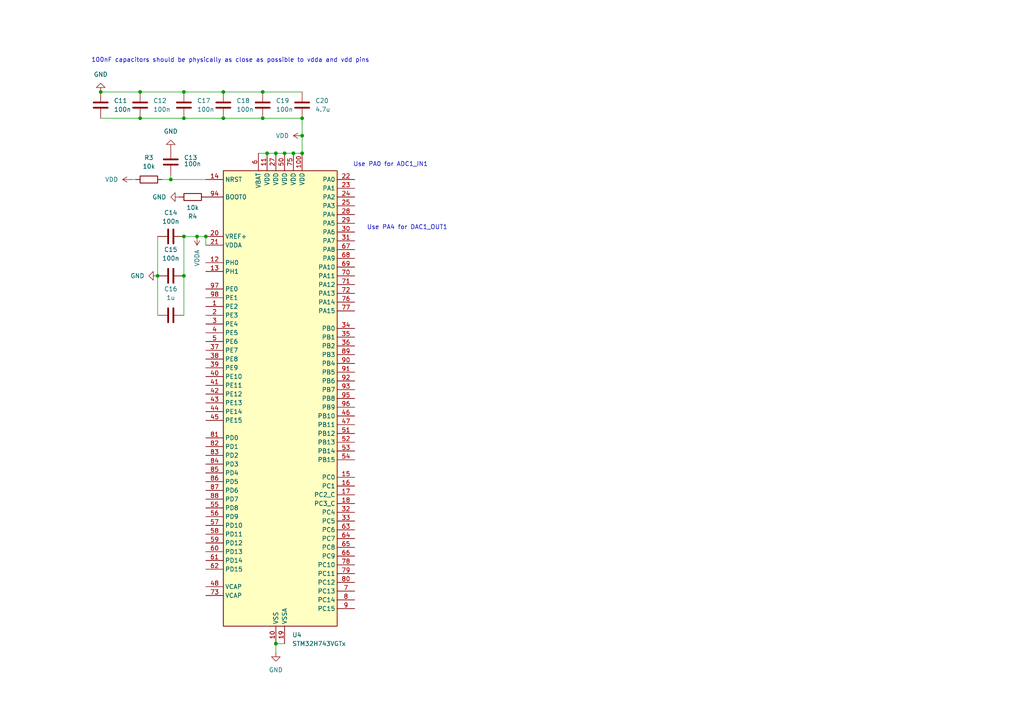
<source format=kicad_sch>
(kicad_sch (version 20231120) (generator "eeschema") (generator_version "8.0")
  (paper "A4")
  (lib_symbols
    (symbol "Device:C" (pin_numbers hide) (pin_names (offset 0.254))
      (property "Reference" "C" (at 0.635 2.54 0))
      (property "Value" "C" (at 0.635 -2.54 0))
      (symbol "C_0_1"
        (polyline (pts (xy -2.032 -0.762) (xy 2.032 -0.762)) (stroke (width 0.508)))
        (polyline (pts (xy -2.032 0.762) (xy 2.032 0.762)) (stroke (width 0.508)))
      )
      (symbol "C_1_1"
        (pin passive line (at 0 3.81 270) (length 2.794) (name "~") (number "1"))
        (pin passive line (at 0 -3.81 90) (length 2.794) (name "~") (number "2"))
      )
    )
    (symbol "Device:R" (pin_numbers hide) (pin_names (offset 0))
      (property "Reference" "R" (at 2.032 0 90))
      (property "Value" "R" (at 0 0 90))
      (symbol "R_0_1"
        (rectangle (start -1.016 -2.54) (end 1.016 2.54) (stroke (width 0.254)))
      )
      (symbol "R_1_1"
        (pin passive line (at 0 3.81 270) (length 1.27) (name "~") (number "1"))
        (pin passive line (at 0 -3.81 90) (length 1.27) (name "~") (number "2"))
      )
    )
    (symbol "MCU_ST_STM32H7:STM32H743VGTx"
      (property "Reference" "U1" (at 4.7341 -68.58 0))
      (property "Value" "STM32H743VGTx" (at 4.7341 -71.12 0))
      (symbol "STM32H743VGTx_0_1"
        (rectangle (start -15.24 -66.04) (end 17.78 66.04) (stroke (width 0.254)) (fill (type background)))
      )
      (symbol "STM32H743VGTx_1_1"
        (pin bidirectional line (at -20.32 26.67 0) (length 5.08) (name "PE2") (number "1"))
        (pin power_in line (at 0 -71.12 90) (length 5.08) (name "VSS") (number "10"))
        (pin power_in line (at 7.62 71.12 270) (length 5.08) (name "VDD") (number "100"))
        (pin power_in line (at -2.54 71.12 270) (length 5.08) (name "VDD") (number "11"))
        (pin bidirectional line (at -20.32 39.37 0) (length 5.08) (name "PH0") (number "12"))
        (pin bidirectional line (at -20.32 36.83 0) (length 5.08) (name "PH1") (number "13"))
        (pin input line (at -20.32 63.5 0) (length 5.08) (name "NRST") (number "14"))
        (pin bidirectional line (at 22.86 -22.86 180) (length 5.08) (name "PC0") (number "15"))
        (pin bidirectional line (at 22.86 -25.4 180) (length 5.08) (name "PC1") (number "16"))
        (pin bidirectional line (at 22.86 -27.94 180) (length 5.08) (name "PC2_C") (number "17"))
        (pin bidirectional line (at 22.86 -30.48 180) (length 5.08) (name "PC3_C") (number "18"))
        (pin power_in line (at 2.54 -71.12 90) (length 5.08) (name "VSSA") (number "19"))
        (pin bidirectional line (at -20.32 24.13 0) (length 5.08) (name "PE3") (number "2"))
        (pin input line (at -20.32 46.99 0) (length 5.08) (name "VREF+") (number "20"))
        (pin power_in line (at -20.32 44.45 0) (length 5.08) (name "VDDA") (number "21"))
        (pin bidirectional line (at 22.86 63.5 180) (length 5.08) (name "PA0") (number "22"))
        (pin bidirectional line (at 22.86 60.96 180) (length 5.08) (name "PA1") (number "23"))
        (pin bidirectional line (at 22.86 58.42 180) (length 5.08) (name "PA2") (number "24"))
        (pin bidirectional line (at 22.86 55.88 180) (length 5.08) (name "PA3") (number "25"))
        (pin passive line (at 0 -71.12 90) (length 5.08) hide (name "VSS") (number "26"))
        (pin power_in line (at 0 71.12 270) (length 5.08) (name "VDD") (number "27"))
        (pin bidirectional line (at 22.86 53.34 180) (length 5.08) (name "PA4") (number "28"))
        (pin bidirectional line (at 22.86 50.8 180) (length 5.08) (name "PA5") (number "29"))
        (pin bidirectional line (at -20.32 21.59 0) (length 5.08) (name "PE4") (number "3"))
        (pin bidirectional line (at 22.86 48.26 180) (length 5.08) (name "PA6") (number "30"))
        (pin bidirectional line (at 22.86 45.72 180) (length 5.08) (name "PA7") (number "31"))
        (pin bidirectional line (at 22.86 -33.02 180) (length 5.08) (name "PC4") (number "32"))
        (pin bidirectional line (at 22.86 -35.56 180) (length 5.08) (name "PC5") (number "33"))
        (pin bidirectional line (at 22.86 20.32 180) (length 5.08) (name "PB0") (number "34"))
        (pin bidirectional line (at 22.86 17.78 180) (length 5.08) (name "PB1") (number "35"))
        (pin bidirectional line (at 22.86 15.24 180) (length 5.08) (name "PB2") (number "36"))
        (pin bidirectional line (at -20.32 13.97 0) (length 5.08) (name "PE7") (number "37"))
        (pin bidirectional line (at -20.32 11.43 0) (length 5.08) (name "PE8") (number "38"))
        (pin bidirectional line (at -20.32 8.89 0) (length 5.08) (name "PE9") (number "39"))
        (pin bidirectional line (at -20.32 19.05 0) (length 5.08) (name "PE5") (number "4"))
        (pin bidirectional line (at -20.32 6.35 0) (length 5.08) (name "PE10") (number "40"))
        (pin bidirectional line (at -20.32 3.81 0) (length 5.08) (name "PE11") (number "41"))
        (pin bidirectional line (at -20.32 1.27 0) (length 5.08) (name "PE12") (number "42"))
        (pin bidirectional line (at -20.32 -1.27 0) (length 5.08) (name "PE13") (number "43"))
        (pin bidirectional line (at -20.32 -3.81 0) (length 5.08) (name "PE14") (number "44"))
        (pin bidirectional line (at -20.32 -6.35 0) (length 5.08) (name "PE15") (number "45"))
        (pin bidirectional line (at 22.86 -5.08 180) (length 5.08) (name "PB10") (number "46"))
        (pin bidirectional line (at 22.86 -7.62 180) (length 5.08) (name "PB11") (number "47"))
        (pin power_out line (at -20.32 -54.61 0) (length 5.08) (name "VCAP") (number "48"))
        (pin passive line (at 0 -71.12 90) (length 5.08) hide (name "VSS") (number "49"))
        (pin bidirectional line (at -20.32 16.51 0) (length 5.08) (name "PE6") (number "5"))
        (pin power_in line (at 2.54 71.12 270) (length 5.08) (name "VDD") (number "50"))
        (pin bidirectional line (at 22.86 -10.16 180) (length 5.08) (name "PB12") (number "51"))
        (pin bidirectional line (at 22.86 -12.7 180) (length 5.08) (name "PB13") (number "52"))
        (pin bidirectional line (at 22.86 -15.24 180) (length 5.08) (name "PB14") (number "53"))
        (pin bidirectional line (at 22.86 -17.78 180) (length 5.08) (name "PB15") (number "54"))
        (pin bidirectional line (at -20.32 -31.75 0) (length 5.08) (name "PD8") (number "55"))
        (pin bidirectional line (at -20.32 -34.29 0) (length 5.08) (name "PD9") (number "56"))
        (pin bidirectional line (at -20.32 -36.83 0) (length 5.08) (name "PD10") (number "57"))
        (pin bidirectional line (at -20.32 -39.37 0) (length 5.08) (name "PD11") (number "58"))
        (pin bidirectional line (at -20.32 -41.91 0) (length 5.08) (name "PD12") (number "59"))
        (pin power_in line (at -5.08 71.12 270) (length 5.08) (name "VBAT") (number "6"))
        (pin bidirectional line (at -20.32 -44.45 0) (length 5.08) (name "PD13") (number "60"))
        (pin bidirectional line (at -20.32 -46.99 0) (length 5.08) (name "PD14") (number "61"))
        (pin bidirectional line (at -20.32 -49.53 0) (length 5.08) (name "PD15") (number "62"))
        (pin bidirectional line (at 22.86 -38.1 180) (length 5.08) (name "PC6") (number "63"))
        (pin bidirectional line (at 22.86 -40.64 180) (length 5.08) (name "PC7") (number "64"))
        (pin bidirectional line (at 22.86 -43.18 180) (length 5.08) (name "PC8") (number "65"))
        (pin bidirectional line (at 22.86 -45.72 180) (length 5.08) (name "PC9") (number "66"))
        (pin bidirectional line (at 22.86 43.18 180) (length 5.08) (name "PA8") (number "67"))
        (pin bidirectional line (at 22.86 40.64 180) (length 5.08) (name "PA9") (number "68"))
        (pin bidirectional line (at 22.86 38.1 180) (length 5.08) (name "PA10") (number "69"))
        (pin bidirectional line (at 22.86 -55.88 180) (length 5.08) (name "PC13") (number "7"))
        (pin bidirectional line (at 22.86 35.56 180) (length 5.08) (name "PA11") (number "70"))
        (pin bidirectional line (at 22.86 33.02 180) (length 5.08) (name "PA12") (number "71"))
        (pin bidirectional line (at 22.86 30.48 180) (length 5.08) (name "PA13") (number "72"))
        (pin power_out line (at -20.32 -57.15 0) (length 5.08) (name "VCAP") (number "73"))
        (pin passive line (at 0 -71.12 90) (length 5.08) hide (name "VSS") (number "74"))
        (pin power_in line (at 5.08 71.12 270) (length 5.08) (name "VDD") (number "75"))
        (pin bidirectional line (at 22.86 27.94 180) (length 5.08) (name "PA14") (number "76"))
        (pin bidirectional line (at 22.86 25.4 180) (length 5.08) (name "PA15") (number "77"))
        (pin bidirectional line (at 22.86 -48.26 180) (length 5.08) (name "PC10") (number "78"))
        (pin bidirectional line (at 22.86 -50.8 180) (length 5.08) (name "PC11") (number "79"))
        (pin bidirectional line (at 22.86 -58.42 180) (length 5.08) (name "PC14") (number "8"))
        (pin bidirectional line (at 22.86 -53.34 180) (length 5.08) (name "PC12") (number "80"))
        (pin bidirectional line (at -20.32 -11.43 0) (length 5.08) (name "PD0") (number "81"))
        (pin bidirectional line (at -20.32 -13.97 0) (length 5.08) (name "PD1") (number "82"))
        (pin bidirectional line (at -20.32 -16.51 0) (length 5.08) (name "PD2") (number "83"))
        (pin bidirectional line (at -20.32 -19.05 0) (length 5.08) (name "PD3") (number "84"))
        (pin bidirectional line (at -20.32 -21.59 0) (length 5.08) (name "PD4") (number "85"))
        (pin bidirectional line (at -20.32 -24.13 0) (length 5.08) (name "PD5") (number "86"))
        (pin bidirectional line (at -20.32 -26.67 0) (length 5.08) (name "PD6") (number "87"))
        (pin bidirectional line (at -20.32 -29.21 0) (length 5.08) (name "PD7") (number "88"))
        (pin bidirectional line (at 22.86 12.7 180) (length 5.08) (name "PB3") (number "89"))
        (pin bidirectional line (at 22.86 -60.96 180) (length 5.08) (name "PC15") (number "9"))
        (pin bidirectional line (at 22.86 10.16 180) (length 5.08) (name "PB4") (number "90"))
        (pin bidirectional line (at 22.86 7.62 180) (length 5.08) (name "PB5") (number "91"))
        (pin bidirectional line (at 22.86 5.08 180) (length 5.08) (name "PB6") (number "92"))
        (pin bidirectional line (at 22.86 2.54 180) (length 5.08) (name "PB7") (number "93"))
        (pin input line (at -20.32 58.42 0) (length 5.08) (name "BOOT0") (number "94"))
        (pin bidirectional line (at 22.86 0 180) (length 5.08) (name "PB8") (number "95"))
        (pin bidirectional line (at 22.86 -2.54 180) (length 5.08) (name "PB9") (number "96"))
        (pin bidirectional line (at -20.32 31.75 0) (length 5.08) (name "PE0") (number "97"))
        (pin bidirectional line (at -20.32 29.21 0) (length 5.08) (name "PE1") (number "98"))
        (pin passive line (at 0 -71.12 90) (length 5.08) hide (name "VSS") (number "99"))
      )
    )
    (symbol "power:GND" (power) (pin_numbers hide) (pin_names (offset 0) hide)
      (property "Value" "GND" (at 0 -3.81 0))
      (symbol "GND_0_1"
        (polyline (pts (xy 0 0) (xy 0 -1.27) (xy 1.27 -1.27) (xy 0 -2.54) (xy -1.27 -1.27) (xy 0 -1.27)))
      )
      (symbol "GND_1_1"
        (pin power_in line (at 0 0 270) (length 0) (name "~") (number "1"))
      )
    )
    (symbol "power:VDD" (power) (pin_numbers hide) (pin_names (offset 0) hide)
      (property "Value" "VDD" (at 0 3.556 0))
      (symbol "VDD_0_1"
        (polyline (pts (xy -0.762 1.27) (xy 0 2.54)))
        (polyline (pts (xy 0 0) (xy 0 2.54)))
        (polyline (pts (xy 0 2.54) (xy 0.762 1.27)))
      )
      (symbol "VDD_1_1"
        (pin power_in line (at 0 0 90) (length 0) (name "~") (number "1"))
      )
    )
    (symbol "power:VDDA" (power) (pin_numbers hide) (pin_names (offset 0) hide)
      (property "Value" "VDDA" (at 0 3.556 0))
      (symbol "VDDA_0_1"
        (polyline (pts (xy -0.762 1.27) (xy 0 2.54)))
        (polyline (pts (xy 0 0) (xy 0 2.54)))
        (polyline (pts (xy 0 2.54) (xy 0.762 1.27)))
      )
      (symbol "VDDA_1_1"
        (pin power_in line (at 0 0 90) (length 0) (name "~") (number "1"))
      )
    )
  )
  (junction (at 87.63 39.37))
  (junction (at 59.69 68.58))
  (junction (at 40.64 26.67))
  (junction (at 45.72 80.01))
  (junction (at 82.55 44.45))
  (junction (at 53.34 34.29))
  (junction (at 57.15 68.58))
  (junction (at 87.63 44.45))
  (junction (at 64.77 34.29))
  (junction (at 49.53 52.07))
  (junction (at 87.63 34.29))
  (junction (at 53.34 68.58))
  (junction (at 29.21 26.67))
  (junction (at 77.47 44.45))
  (junction (at 53.34 80.01))
  (junction (at 80.01 186.69))
  (junction (at 53.34 26.67))
  (junction (at 64.77 26.67))
  (junction (at 80.01 44.45))
  (junction (at 40.64 34.29))
  (junction (at 76.2 34.29))
  (junction (at 76.2 26.67))
  (junction (at 85.09 44.45))
  (wire (pts (xy 49.53 50.8) (xy 49.53 52.07)))
  (wire (pts (xy 59.69 71.12) (xy 59.69 68.58)))
  (wire (pts (xy 53.34 80.01) (xy 53.34 91.44)))
  (wire (pts (xy 64.77 34.29) (xy 76.2 34.29)))
  (wire (pts (xy 76.2 34.29) (xy 87.63 34.29)))
  (wire (pts (xy 53.34 68.58) (xy 57.15 68.58)))
  (wire (pts (xy 53.34 68.58) (xy 53.34 80.01)))
  (wire (pts (xy 53.34 26.67) (xy 64.77 26.67)))
  (wire (pts (xy 45.72 68.58) (xy 45.72 80.01)))
  (wire (pts (xy 53.34 34.29) (xy 64.77 34.29)))
  (wire (pts (xy 29.21 34.29) (xy 40.64 34.29)))
  (wire (pts (xy 80.01 186.69) (xy 82.55 186.69)))
  (wire (pts (xy 82.55 44.45) (xy 85.09 44.45)))
  (wire (pts (xy 80.01 186.69) (xy 80.01 189.23)))
  (wire (pts (xy 49.53 52.07) (xy 59.69 52.07)))
  (wire (pts (xy 57.15 68.58) (xy 59.69 68.58)))
  (wire (pts (xy 29.21 26.67) (xy 40.64 26.67)))
  (wire (pts (xy 87.63 39.37) (xy 87.63 44.45)))
  (wire (pts (xy 45.72 80.01) (xy 45.72 91.44)))
  (wire (pts (xy 87.63 34.29) (xy 87.63 39.37)))
  (wire (pts (xy 77.47 44.45) (xy 74.93 44.45)))
  (wire (pts (xy 80.01 44.45) (xy 82.55 44.45)))
  (wire (pts (xy 46.99 52.07) (xy 49.53 52.07)))
  (wire (pts (xy 77.47 44.45) (xy 80.01 44.45)))
  (wire (pts (xy 76.2 26.67) (xy 87.63 26.67)))
  (wire (pts (xy 38.1 52.07) (xy 39.37 52.07)))
  (wire (pts (xy 85.09 44.45) (xy 87.63 44.45)))
  (wire (pts (xy 64.77 26.67) (xy 76.2 26.67)))
  (wire (pts (xy 40.64 34.29) (xy 53.34 34.29)))
  (wire (pts (xy 40.64 26.67) (xy 53.34 26.67)))
  (text "Use PA0 for ADC1_IN1" (at 113.284 47.752 0) (effects (font (size 1.27 1.27))))
  (text "100nF capacitors should be physically as close as possible to vdda and vdd pins" (at 66.802 17.526 0) (effects (font (size 1.27 1.27))))
  (text "Use PA4 for DAC1_OUT1" (at 118.11 66.04 0) (effects (font (size 1.27 1.27))))
  (symbol (lib_id "power:GND") (at 45.72 80.01 270) (unit 1)
    (property "Reference" "#PWR011" (effects (hide yes)))
    (property "Value" "GND" (at 41.91 80.0099 90) (effects (justify right)))
    (property "Description" "Power symbol creates a global label with name \"GND\" , ground" (effects (hide yes)))
  )
  (symbol (lib_id "power:GND") (at 29.21 26.67 180) (unit 1)
    (property "Reference" "#PWR01" (effects (hide yes)))
    (property "Value" "GND" (at 29.21 21.59 0))
    (property "Description" "Power symbol creates a global label with name \"GND\" , ground" (effects (hide yes)))
  )
  (symbol (lib_id "power:VDD") (at 38.1 52.07 90) (unit 1)
    (property "Reference" "#PWR010" (effects (hide yes)))
    (property "Value" "VDD" (at 34.29 52.0699 90) (effects (justify left)))
    (property "Description" "Power symbol creates a global label with name \"VDD\"" (effects (hide yes)))
  )
  (symbol (lib_id "power:VDDA") (at 57.15 68.58 180) (unit 1)
    (property "Reference" "#PWR014" (effects (hide yes)))
    (property "Value" "VDDA" (at 57.1499 72.39 90) (effects (justify left)))
    (property "Description" "Power symbol creates a global label with name \"VDDA\"" (effects (hide yes)))
  )
  (symbol (lib_id "Device:C") (at 76.2 30.48 0) (unit 1)
    (property "Reference" "C19" (at 80.01 29.2099 0) (effects (justify left)))
    (property "Value" "100n" (at 80.01 31.7499 0) (effects (justify left)))
    (property "Description" "Unpolarized capacitor" (effects (hide yes)))
  )
  (symbol (lib_id "Device:R") (at 55.88 57.15 90) (mirror x) (unit 1)
    (property "Reference" "R4" (at 55.88 63.5 90) (effects (justify bottom)))
    (property "Value" "10k" (at 55.88 60.96 90) (effects (justify bottom)))
    (property "Description" "Resistor" (effects (hide yes)))
  )
  (symbol (lib_id "power:GND") (at 49.53 43.18 180) (unit 1)
    (property "Reference" "#PWR012" (effects (hide yes)))
    (property "Value" "GND" (at 49.53 38.1 0))
    (property "Description" "Power symbol creates a global label with name \"GND\" , ground" (effects (hide yes)))
  )
  (symbol (lib_id "Device:C") (at 49.53 46.99 0) (unit 1)
    (property "Reference" "C13" (at 53.34 45.7199 0) (effects (justify left)))
    (property "Value" "100n" (at 53.34 48.2599 0) (effects (justify left bottom)))
    (property "Description" "Unpolarized capacitor" (effects (hide yes)))
  )
  (symbol (lib_id "Device:R") (at 43.18 52.07 90) (unit 1)
    (property "Reference" "R3" (at 43.18 45.72 90))
    (property "Value" "10k" (at 43.18 48.26 90))
    (property "Description" "Resistor" (effects (hide yes)))
  )
  (symbol (lib_id "Device:C") (at 53.34 30.48 0) (unit 1)
    (property "Reference" "C17" (at 57.15 29.2099 0) (effects (justify left)))
    (property "Value" "100n" (at 57.15 31.7499 0) (effects (justify left)))
    (property "Description" "Unpolarized capacitor" (effects (hide yes)))
  )
  (symbol (lib_id "power:VDD") (at 87.63 39.37 90) (unit 1)
    (property "Reference" "#PWR016" (effects (hide yes)))
    (property "Value" "VDD" (at 83.82 39.3699 90) (effects (justify left)))
    (property "Description" "Power symbol creates a global label with name \"VDD\"" (effects (hide yes)))
  )
  (symbol (lib_id "power:GND") (at 80.01 189.23 0) (unit 1)
    (property "Reference" "#PWR015" (effects (hide yes)))
    (property "Value" "GND" (at 80.01 194.31 0))
    (property "Description" "Power symbol creates a global label with name \"GND\" , ground" (effects (hide yes)))
  )
  (symbol (lib_id "Device:C") (at 49.53 68.58 270) (unit 1)
    (property "Reference" "C14" (at 49.53 60.96 90) (effects (justify top)))
    (property "Value" "100n" (at 49.53 63.5 90) (effects (justify top)))
    (property "Description" "Unpolarized capacitor" (effects (hide yes)))
  )
  (symbol (lib_id "Device:C") (at 64.77 30.48 0) (unit 1)
    (property "Reference" "C18" (at 68.58 29.2099 0) (effects (justify left)))
    (property "Value" "100n" (at 68.58 31.7499 0) (effects (justify left)))
    (property "Description" "Unpolarized capacitor" (effects (hide yes)))
  )
  (symbol (lib_id "Device:C") (at 87.63 30.48 0) (unit 1)
    (property "Reference" "C20" (at 91.44 29.2099 0) (effects (justify left)))
    (property "Value" "4.7u" (at 91.44 31.7499 0) (effects (justify left)))
    (property "Description" "Unpolarized capacitor" (effects (hide yes)))
  )
  (symbol (lib_id "MCU_ST_STM32H7:STM32H743VGTx") (at 80.01 115.57 0) (unit 1)
    (property "Reference" "U4" (at 84.7441 184.15 0) (effects (justify left)))
    (property "Value" "STM32H743VGTx" (at 84.7441 186.69 0) (effects (justify left)))
    (property "Footprint" "Package_QFP:LQFP-100_14x14mm_P0.5mm" (effects (hide yes)))
    (property "Datasheet" "https://www.st.com/resource/en/datasheet/stm32h743vg.pdf" (effects (hide yes)))
    (property "Description" "STMicroelectronics Arm Cortex-M7 MCU, 1024KB flash, 1024KB RAM, 480 MHz, 1.71-3.6V, 82 GPIO, LQFP100" (effects (hide yes)))
  )
  (symbol (lib_id "Device:C") (at 49.53 80.01 270) (unit 1)
    (property "Reference" "C15" (at 49.53 72.39 90))
    (property "Value" "100n" (at 49.53 74.93 90))
    (property "Description" "Unpolarized capacitor" (effects (hide yes)))
  )
  (symbol (lib_id "power:GND") (at 52.07 57.15 270) (unit 1)
    (property "Reference" "#PWR013" (effects (hide yes)))
    (property "Value" "GND" (at 48.26 57.1499 90) (effects (justify right)))
    (property "Description" "Power symbol creates a global label with name \"GND\" , ground" (effects (hide yes)))
  )
  (symbol (lib_id "Device:C") (at 29.21 30.48 0) (unit 1)
    (property "Reference" "C11" (at 33.02 29.2099 0) (effects (justify left)))
    (property "Value" "100n" (at 33.02 31.7499 0) (effects (justify left)))
    (property "Description" "Unpolarized capacitor" (effects (hide yes)))
  )
  (symbol (lib_id "Device:C") (at 49.53 91.44 270) (unit 1)
    (property "Reference" "C16" (at 49.53 83.82 90))
    (property "Value" "1u" (at 49.53 86.36 90))
    (property "Description" "Unpolarized capacitor" (effects (hide yes)))
  )
  (symbol (lib_id "Device:C") (at 40.64 30.48 0) (unit 1)
    (property "Reference" "C12" (at 44.45 29.2099 0) (effects (justify left)))
    (property "Value" "100n" (at 44.45 31.7499 0) (effects (justify left)))
    (property "Description" "Unpolarized capacitor" (effects (hide yes)))
  )
)
</source>
